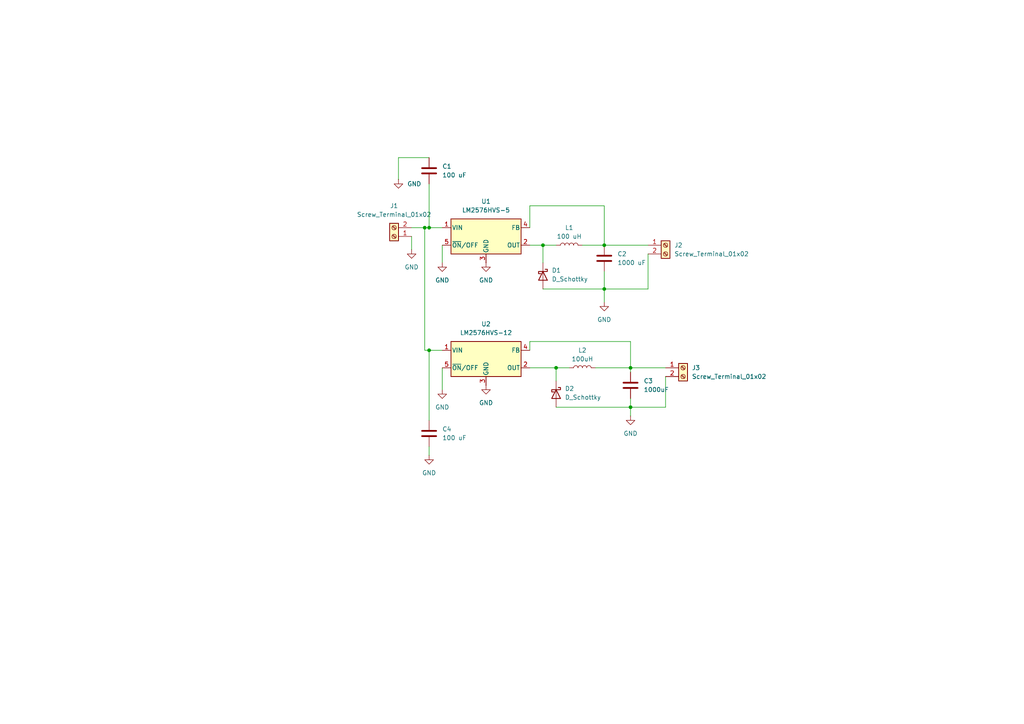
<source format=kicad_sch>
(kicad_sch (version 20250114) (generator "eeschema") (generator_version "9.0")
  (paper "A4")
  (lib_symbols
    (symbol "Connector:Screw_Terminal_01x02" (pin_names (offset 1.016) (hide yes))
      (property "Reference" "J" (at 0 2.54 0))
      (property "Value" "Screw_Terminal_01x02" (at 0 -5.08 0))
      (symbol "Screw_Terminal_01x02_1_1"
        (rectangle (start -1.27 1.27) (end 1.27 -3.81) (stroke (width 0.254)) (fill (type background)))
        (polyline (pts (xy -0.5334 0.3302) (xy 0.3302 -0.508)) (stroke (width 0.1524)))
        (polyline (pts (xy -0.5334 -2.2098) (xy 0.3302 -3.048)) (stroke (width 0.1524)))
        (polyline (pts (xy -0.3556 0.508) (xy 0.508 -0.3302)) (stroke (width 0.1524)))
        (polyline (pts (xy -0.3556 -2.032) (xy 0.508 -2.8702)) (stroke (width 0.1524)))
        (circle (center 0 0) (radius 0.635) (stroke (width 0.1524)))
        (circle (center 0 -2.54) (radius 0.635) (stroke (width 0.1524)))
        (pin passive line (at -5.08 0 0) (length 3.81) (name "Pin_1") (number "1"))
        (pin passive line (at -5.08 -2.54 0) (length 3.81) (name "Pin_2") (number "2"))
      )
    )
    (symbol "Device:C" (pin_numbers (hide yes)) (pin_names (offset 0.254))
      (property "Reference" "C" (at 0.635 2.54 0))
      (property "Value" "C" (at 0.635 -2.54 0))
      (symbol "C_0_1"
        (polyline (pts (xy -2.032 0.762) (xy 2.032 0.762)) (stroke (width 0.508)))
        (polyline (pts (xy -2.032 -0.762) (xy 2.032 -0.762)) (stroke (width 0.508)))
      )
      (symbol "C_1_1"
        (pin passive line (at 0 3.81 270) (length 2.794) (name "~") (number "1"))
        (pin passive line (at 0 -3.81 90) (length 2.794) (name "~") (number "2"))
      )
    )
    (symbol "Device:D_Schottky" (pin_numbers (hide yes)) (pin_names (offset 1.016) (hide yes))
      (property "Reference" "D" (at 0 2.54 0))
      (property "Value" "D_Schottky" (at 0 -2.54 0))
      (symbol "D_Schottky_0_1"
        (polyline (pts (xy -1.905 0.635) (xy -1.905 1.27) (xy -1.27 1.27) (xy -1.27 -1.27) (xy -0.635 -1.27) (xy -0.635 -0.635)) (stroke (width 0.254)))
        (polyline (pts (xy 1.27 1.27) (xy 1.27 -1.27) (xy -1.27 0) (xy 1.27 1.27)) (stroke (width 0.254)))
        (polyline (pts (xy 1.27 0) (xy -1.27 0)))
      )
      (symbol "D_Schottky_1_1"
        (pin passive line (at -3.81 0 0) (length 2.54) (name "K") (number "1"))
        (pin passive line (at 3.81 0 180) (length 2.54) (name "A") (number "2"))
      )
    )
    (symbol "Device:L" (pin_numbers (hide yes)) (pin_names (offset 1.016) (hide yes))
      (property "Reference" "L" (at -1.27 0 90))
      (property "Value" "L" (at 1.905 0 90))
      (symbol "L_0_1"
        (arc (start 0 2.54) (mid 0.6323 1.905) (end 0 1.27))
        (arc (start 0 1.27) (mid 0.6323 0.635) (end 0 0))
        (arc (start 0 0) (mid 0.6323 -0.635) (end 0 -1.27))
        (arc (start 0 -1.27) (mid 0.6323 -1.905) (end 0 -2.54))
      )
      (symbol "L_1_1"
        (pin passive line (at 0 3.81 270) (length 1.27) (name "1") (number "1"))
        (pin passive line (at 0 -3.81 90) (length 1.27) (name "2") (number "2"))
      )
    )
    (symbol "Regulator_Switching:LM2576HVS-12" (pin_names (offset 0.254))
      (property "Reference" "U" (at -10.16 6.35 0))
      (property "Value" "LM2576HVS-12" (at 0 6.35 0))
      (symbol "LM2576HVS-12_0_1"
        (rectangle (start -10.16 5.08) (end 10.16 -5.08) (stroke (width 0.254)) (fill (type background)))
      )
      (symbol "LM2576HVS-12_1_1"
        (pin power_in line (at -12.7 2.54 0) (length 2.54) (name "VIN") (number "1"))
        (pin input line (at -12.7 -2.54 0) (length 2.54) (name "~{ON}/OFF") (number "5"))
        (pin power_in line (at 0 -7.62 90) (length 2.54) (name "GND") (number "3"))
        (pin input line (at 12.7 2.54 180) (length 2.54) (name "FB") (number "4"))
        (pin output line (at 12.7 -2.54 180) (length 2.54) (name "OUT") (number "2"))
      )
    )
    (symbol "Regulator_Switching:LM2576HVS-5" (pin_names (offset 0.254))
      (property "Reference" "U" (at -10.16 6.35 0))
      (property "Value" "LM2576HVS-5" (at 0 6.35 0))
      (symbol "LM2576HVS-5_0_1"
        (rectangle (start -10.16 5.08) (end 10.16 -5.08) (stroke (width 0.254)) (fill (type background)))
      )
      (symbol "LM2576HVS-5_1_1"
        (pin power_in line (at -12.7 2.54 0) (length 2.54) (name "VIN") (number "1"))
        (pin input line (at -12.7 -2.54 0) (length 2.54) (name "~{ON}/OFF") (number "5"))
        (pin power_in line (at 0 -7.62 90) (length 2.54) (name "GND") (number "3"))
        (pin input line (at 12.7 2.54 180) (length 2.54) (name "FB") (number "4"))
        (pin output line (at 12.7 -2.54 180) (length 2.54) (name "OUT") (number "2"))
      )
    )
    (symbol "power:GND" (power) (pin_numbers (hide yes)) (pin_names (offset 0) (hide yes))
      (property "Value" "GND" (at 0 -3.81 0))
      (symbol "GND_0_1"
        (polyline (pts (xy 0 0) (xy 0 -1.27) (xy 1.27 -1.27) (xy 0 -2.54) (xy -1.27 -1.27) (xy 0 -1.27)))
      )
      (symbol "GND_1_1"
        (pin power_in line (at 0 0 270) (length 0) (name "~") (number "1"))
      )
    )
  )
  (junction (at 161.29 106.68))
  (junction (at 157.48 71.12))
  (junction (at 124.46 66.04))
  (junction (at 175.26 83.82))
  (junction (at 182.88 118.11))
  (junction (at 175.26 71.12))
  (junction (at 124.46 101.6))
  (junction (at 123.19 66.04))
  (junction (at 182.88 106.68))
  (wire (pts (xy 175.26 59.69) (xy 153.67 59.69)))
  (wire (pts (xy 182.88 118.11) (xy 182.88 120.65)))
  (wire (pts (xy 182.88 118.11) (xy 182.88 115.57)))
  (wire (pts (xy 161.29 106.68) (xy 161.29 110.49)))
  (wire (pts (xy 175.26 83.82) (xy 175.26 87.63)))
  (wire (pts (xy 182.88 118.11) (xy 193.04 118.11)))
  (wire (pts (xy 157.48 83.82) (xy 175.26 83.82)))
  (wire (pts (xy 168.91 71.12) (xy 175.26 71.12)))
  (wire (pts (xy 124.46 129.54) (xy 124.46 132.08)))
  (wire (pts (xy 128.27 71.12) (xy 128.27 76.2)))
  (wire (pts (xy 182.88 106.68) (xy 182.88 99.06)))
  (wire (pts (xy 124.46 66.04) (xy 128.27 66.04)))
  (wire (pts (xy 161.29 106.68) (xy 165.1 106.68)))
  (wire (pts (xy 175.26 71.12) (xy 187.96 71.12)))
  (wire (pts (xy 153.67 99.06) (xy 153.67 101.6)))
  (wire (pts (xy 187.96 73.66) (xy 187.96 83.82)))
  (wire (pts (xy 182.88 106.68) (xy 193.04 106.68)))
  (wire (pts (xy 161.29 118.11) (xy 182.88 118.11)))
  (wire (pts (xy 124.46 101.6) (xy 124.46 121.92)))
  (wire (pts (xy 153.67 106.68) (xy 161.29 106.68)))
  (wire (pts (xy 124.46 53.34) (xy 124.46 66.04)))
  (wire (pts (xy 175.26 78.74) (xy 175.26 83.82)))
  (wire (pts (xy 153.67 59.69) (xy 153.67 66.04)))
  (wire (pts (xy 119.38 68.58) (xy 119.38 72.39)))
  (wire (pts (xy 182.88 99.06) (xy 153.67 99.06)))
  (wire (pts (xy 172.72 106.68) (xy 182.88 106.68)))
  (wire (pts (xy 124.46 101.6) (xy 128.27 101.6)))
  (wire (pts (xy 123.19 66.04) (xy 124.46 66.04)))
  (wire (pts (xy 123.19 66.04) (xy 123.19 101.6)))
  (wire (pts (xy 128.27 106.68) (xy 128.27 113.03)))
  (wire (pts (xy 157.48 71.12) (xy 161.29 71.12)))
  (wire (pts (xy 182.88 106.68) (xy 182.88 107.95)))
  (wire (pts (xy 153.67 71.12) (xy 157.48 71.12)))
  (wire (pts (xy 115.57 45.72) (xy 124.46 45.72)))
  (wire (pts (xy 193.04 118.11) (xy 193.04 109.22)))
  (wire (pts (xy 175.26 71.12) (xy 175.26 59.69)))
  (wire (pts (xy 175.26 83.82) (xy 187.96 83.82)))
  (wire (pts (xy 119.38 66.04) (xy 123.19 66.04)))
  (wire (pts (xy 123.19 101.6) (xy 124.46 101.6)))
  (wire (pts (xy 115.57 52.07) (xy 115.57 45.72)))
  (wire (pts (xy 157.48 71.12) (xy 157.48 76.2)))
  (symbol (lib_id "power:GND") (at 140.97 111.76 0) (unit 1)
    (property "Reference" "#PWR06" (effects (hide yes)))
    (property "Value" "GND" (at 140.97 116.84 0))
    (property "Description" "Power symbol creates a global label with name \"GND\" , ground" (effects (hide yes)))
  )
  (symbol (lib_id "Connector:Screw_Terminal_01x02") (at 193.04 71.12 0) (unit 1)
    (property "Reference" "J2" (at 195.58 71.1199 0) (effects (justify left)))
    (property "Value" "Screw_Terminal_01x02" (at 195.58 73.6599 0) (effects (justify left)))
    (property "Footprint" "TerminalBlock:TerminalBlock_MaiXu_MX126-5.0-02P_1x02_P5.00mm" (effects (hide yes)))
    (property "Description" "Generic screw terminal, single row, 01x02, script generated (kicad-library-utils/schlib/autogen/connector/)" (effects (hide yes)))
  )
  (symbol (lib_id "power:GND") (at 140.97 76.2 0) (unit 1)
    (property "Reference" "#PWR03" (effects (hide yes)))
    (property "Value" "GND" (at 140.97 81.28 0))
    (property "Description" "Power symbol creates a global label with name \"GND\" , ground" (effects (hide yes)))
  )
  (symbol (lib_id "power:GND") (at 119.38 72.39 0) (unit 1)
    (property "Reference" "#PWR01" (effects (hide yes)))
    (property "Value" "GND" (at 119.38 77.47 0))
    (property "Description" "Power symbol creates a global label with name \"GND\" , ground" (effects (hide yes)))
  )
  (symbol (lib_id "Device:C") (at 175.26 74.93 0) (unit 1)
    (property "Reference" "C2" (at 179.07 73.6599 0) (effects (justify left)))
    (property "Value" "1000 uF" (at 179.07 76.1999 0) (effects (justify left)))
    (property "Footprint" "Capacitor_SMD:CP_Elec_4x3" (effects (hide yes)))
    (property "Description" "Unpolarized capacitor" (effects (hide yes)))
  )
  (symbol (lib_id "Connector:Screw_Terminal_01x02") (at 198.12 106.68 0) (unit 1)
    (property "Reference" "J3" (at 200.66 106.6799 0) (effects (justify left)))
    (property "Value" "Screw_Terminal_01x02" (at 200.66 109.2199 0) (effects (justify left)))
    (property "Footprint" "TerminalBlock:TerminalBlock_MaiXu_MX126-5.0-02P_1x02_P5.00mm" (effects (hide yes)))
    (property "Description" "Generic screw terminal, single row, 01x02, script generated (kicad-library-utils/schlib/autogen/connector/)" (effects (hide yes)))
  )
  (symbol (lib_id "power:GND") (at 128.27 76.2 0) (unit 1)
    (property "Reference" "#PWR04" (effects (hide yes)))
    (property "Value" "GND" (at 128.27 81.28 0))
    (property "Description" "Power symbol creates a global label with name \"GND\" , ground" (effects (hide yes)))
  )
  (symbol (lib_id "Device:D_Schottky") (at 157.48 80.01 270) (unit 1)
    (property "Reference" "D1" (at 160.02 78.4224 90) (effects (justify left)))
    (property "Value" "D_Schottky" (at 160.02 80.9624 90) (effects (justify left)))
    (property "Footprint" "Diode_SMD:D_0201_0603Metric" (effects (hide yes)))
    (property "Description" "Schottky diode" (effects (hide yes)))
  )
  (symbol (lib_id "Device:C") (at 124.46 125.73 0) (unit 1)
    (property "Reference" "C4" (at 128.27 124.4599 0) (effects (justify left)))
    (property "Value" "100 uF" (at 128.27 126.9999 0) (effects (justify left)))
    (property "Footprint" "Capacitor_SMD:CP_Elec_4x3" (effects (hide yes)))
    (property "Description" "Unpolarized capacitor" (effects (hide yes)))
  )
  (symbol (lib_id "Device:D_Schottky") (at 161.29 114.3 270) (unit 1)
    (property "Reference" "D2" (at 163.83 112.7124 90) (effects (justify left)))
    (property "Value" "D_Schottky" (at 163.83 115.2524 90) (effects (justify left)))
    (property "Footprint" "Diode_SMD:D_0201_0603Metric" (effects (hide yes)))
    (property "Description" "Schottky diode" (effects (hide yes)))
  )
  (symbol (lib_id "Device:L") (at 165.1 71.12 90) (unit 1)
    (property "Reference" "L1" (at 165.1 66.04 90))
    (property "Value" "100 uH" (at 165.1 68.58 90))
    (property "Footprint" "Inductor_SMD:L_7.3x7.3_H3.5" (effects (hide yes)))
    (property "Description" "Inductor" (effects (hide yes)))
  )
  (symbol (lib_id "Device:C") (at 182.88 111.76 0) (unit 1)
    (property "Reference" "C3" (at 186.69 110.4899 0) (effects (justify left)))
    (property "Value" "1000uF" (at 186.69 113.0299 0) (effects (justify left)))
    (property "Footprint" "Capacitor_SMD:CP_Elec_4x3" (effects (hide yes)))
    (property "Description" "Unpolarized capacitor" (effects (hide yes)))
  )
  (symbol (lib_id "Device:C") (at 124.46 49.53 0) (unit 1)
    (property "Reference" "C1" (at 128.27 48.2599 0) (effects (justify left)))
    (property "Value" "100 uF" (at 128.27 50.7999 0) (effects (justify left)))
    (property "Footprint" "Capacitor_SMD:CP_Elec_4x3" (effects (hide yes)))
    (property "Description" "Unpolarized capacitor" (effects (hide yes)))
  )
  (symbol (lib_id "Device:L") (at 168.91 106.68 90) (unit 1)
    (property "Reference" "L2" (at 168.91 101.6 90))
    (property "Value" "100uH" (at 168.91 104.14 90))
    (property "Footprint" "Inductor_SMD:L_7.3x7.3_H3.5" (effects (hide yes)))
    (property "Description" "Inductor" (effects (hide yes)))
  )
  (symbol (lib_id "Regulator_Switching:LM2576HVS-12") (at 140.97 104.14 0) (unit 1)
    (property "Reference" "U2" (at 140.97 93.98 0))
    (property "Value" "LM2576HVS-12" (at 140.97 96.52 0))
    (property "Footprint" "Package_TO_SOT_SMD:TO-263-5_TabPin3" (effects (hide yes)))
    (property "Datasheet" "http://www.ti.com/lit/ds/symlink/lm2576.pdf" (effects (hide yes)))
    (property "Description" "12V, 3A SIMPLE SWITCHER® Step-Down Voltage Regulator, High Voltage Input, TO-263" (effects (hide yes)))
  )
  (symbol (lib_id "power:GND") (at 182.88 120.65 0) (unit 1)
    (property "Reference" "#PWR08" (effects (hide yes)))
    (property "Value" "GND" (at 182.88 125.73 0))
    (property "Description" "Power symbol creates a global label with name \"GND\" , ground" (effects (hide yes)))
  )
  (symbol (lib_id "power:GND") (at 128.27 113.03 0) (unit 1)
    (property "Reference" "#PWR07" (effects (hide yes)))
    (property "Value" "GND" (at 128.27 118.11 0))
    (property "Description" "Power symbol creates a global label with name \"GND\" , ground" (effects (hide yes)))
  )
  (symbol (lib_id "Connector:Screw_Terminal_01x02") (at 114.3 68.58 180) (unit 1)
    (property "Reference" "J1" (at 114.3 59.69 0))
    (property "Value" "Screw_Terminal_01x02" (at 114.3 62.23 0))
    (property "Footprint" "TerminalBlock:TerminalBlock_MaiXu_MX126-5.0-02P_1x02_P5.00mm" (effects (hide yes)))
    (property "Description" "Generic screw terminal, single row, 01x02, script generated (kicad-library-utils/schlib/autogen/connector/)" (effects (hide yes)))
  )
  (symbol (lib_id "power:GND") (at 175.26 87.63 0) (unit 1)
    (property "Reference" "#PWR05" (effects (hide yes)))
    (property "Value" "GND" (at 175.26 92.71 0))
    (property "Description" "Power symbol creates a global label with name \"GND\" , ground" (effects (hide yes)))
  )
  (symbol (lib_id "power:GND") (at 124.46 132.08 0) (unit 1)
    (property "Reference" "#PWR09" (effects (hide yes)))
    (property "Value" "GND" (at 124.46 137.16 0))
    (property "Description" "Power symbol creates a global label with name \"GND\" , ground" (effects (hide yes)))
  )
  (symbol (lib_id "power:GND") (at 115.57 52.07 0) (unit 1)
    (property "Reference" "#PWR02" (effects (hide yes)))
    (property "Value" "GND" (at 118.11 53.3399 0) (effects (justify left)))
    (property "Description" "Power symbol creates a global label with name \"GND\" , ground" (effects (hide yes)))
  )
  (symbol (lib_id "Regulator_Switching:LM2576HVS-5") (at 140.97 68.58 0) (unit 1)
    (property "Reference" "U1" (at 140.97 58.42 0))
    (property "Value" "LM2576HVS-5" (at 140.97 60.96 0))
    (property "Footprint" "Package_TO_SOT_SMD:TO-263-5_TabPin3" (effects (hide yes)))
    (property "Datasheet" "http://www.ti.com/lit/ds/symlink/lm2576.pdf" (effects (hide yes)))
    (property "Description" "5V 3A, SIMPLE SWITCHER® Step-Down Voltage Regulator, High Voltage Input, TO-263" (effects (hide yes)))
  )
)
</source>
